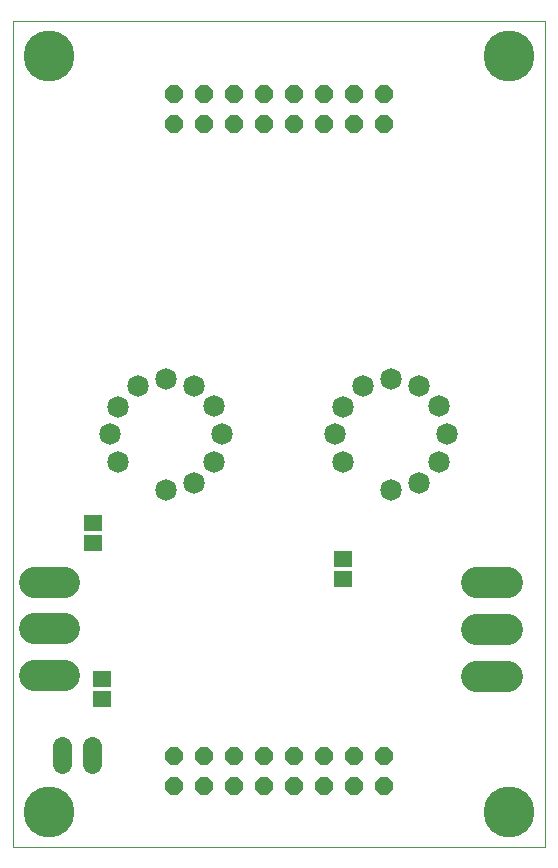
<source format=gts>
G75*
G70*
%OFA0B0*%
%FSLAX24Y24*%
%IPPOS*%
%LPD*%
%AMOC8*
5,1,8,0,0,1.08239X$1,22.5*
%
%ADD10C,0.0000*%
%ADD11C,0.0719*%
%ADD12OC8,0.0600*%
%ADD13R,0.0631X0.0552*%
%ADD14C,0.1044*%
%ADD15C,0.0640*%
%ADD16C,0.1700*%
D10*
X000912Y000100D02*
X000912Y027659D01*
X018628Y027659D01*
X018628Y000100D01*
X000912Y000100D01*
D11*
X006014Y012004D03*
X006922Y012258D03*
X007609Y012954D03*
X007855Y013876D03*
X007601Y014798D03*
X006923Y015465D03*
X006006Y015720D03*
X005066Y015474D03*
X004399Y014790D03*
X004138Y013868D03*
X004388Y012946D03*
X011638Y013868D03*
X011888Y012946D03*
X011899Y014790D03*
X012566Y015474D03*
X013506Y015720D03*
X014423Y015465D03*
X015101Y014798D03*
X015355Y013876D03*
X015109Y012954D03*
X014422Y012258D03*
X013514Y012004D03*
D12*
X013254Y003151D03*
X013254Y002151D03*
X012254Y002151D03*
X012254Y003151D03*
X011254Y003151D03*
X011254Y002151D03*
X010254Y002151D03*
X010254Y003151D03*
X009254Y003151D03*
X009254Y002151D03*
X008254Y002151D03*
X008254Y003151D03*
X007254Y003151D03*
X007254Y002151D03*
X006254Y002151D03*
X006254Y003151D03*
X006254Y024222D03*
X006254Y025222D03*
X007254Y025222D03*
X007254Y024222D03*
X008254Y024222D03*
X008254Y025222D03*
X009254Y025222D03*
X009254Y024222D03*
X010254Y024222D03*
X010254Y025222D03*
X011254Y025222D03*
X011254Y024222D03*
X012254Y024222D03*
X012254Y025222D03*
X013254Y025222D03*
X013254Y024222D03*
D13*
X003569Y010899D03*
X003569Y010230D03*
X003884Y005710D03*
X003884Y005041D03*
X011916Y009041D03*
X011916Y009710D03*
D14*
X016351Y008931D02*
X017355Y008931D01*
X017355Y007372D02*
X016351Y007372D01*
X016351Y005813D02*
X017355Y005813D01*
X002591Y005836D02*
X001587Y005836D01*
X001587Y007395D02*
X002591Y007395D01*
X002591Y008954D02*
X001587Y008954D01*
D15*
X002538Y003471D02*
X002538Y002871D01*
X003538Y002871D02*
X003538Y003471D01*
D16*
X002093Y001281D03*
X017447Y001281D03*
X017447Y026478D03*
X002093Y026478D03*
M02*

</source>
